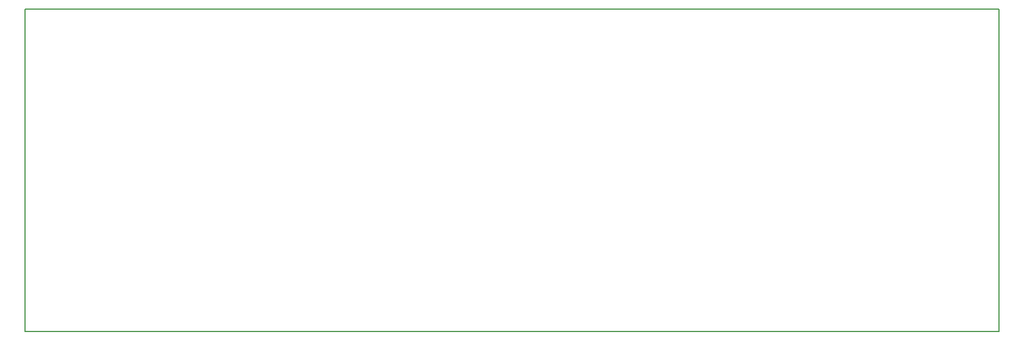
<source format=gbr>
G04 #@! TF.GenerationSoftware,KiCad,Pcbnew,(5.0.0)*
G04 #@! TF.CreationDate,2019-02-27T09:15:48+01:00*
G04 #@! TF.ProjectId,Potentiometer_mount_24LED,506F74656E74696F6D657465725F6D6F,rev?*
G04 #@! TF.SameCoordinates,Original*
G04 #@! TF.FileFunction,Profile,NP*
%FSLAX46Y46*%
G04 Gerber Fmt 4.6, Leading zero omitted, Abs format (unit mm)*
G04 Created by KiCad (PCBNEW (5.0.0)) date 02/27/19 09:15:48*
%MOMM*%
%LPD*%
G01*
G04 APERTURE LIST*
%ADD10C,0.200000*%
G04 APERTURE END LIST*
D10*
X162500000Y-44000000D02*
X162500000Y-92000000D01*
X17500000Y-92000000D02*
X162500000Y-92000000D01*
X17500000Y-44000000D02*
X17500000Y-92000000D01*
X17500000Y-44000000D02*
X162500000Y-44000000D01*
M02*

</source>
